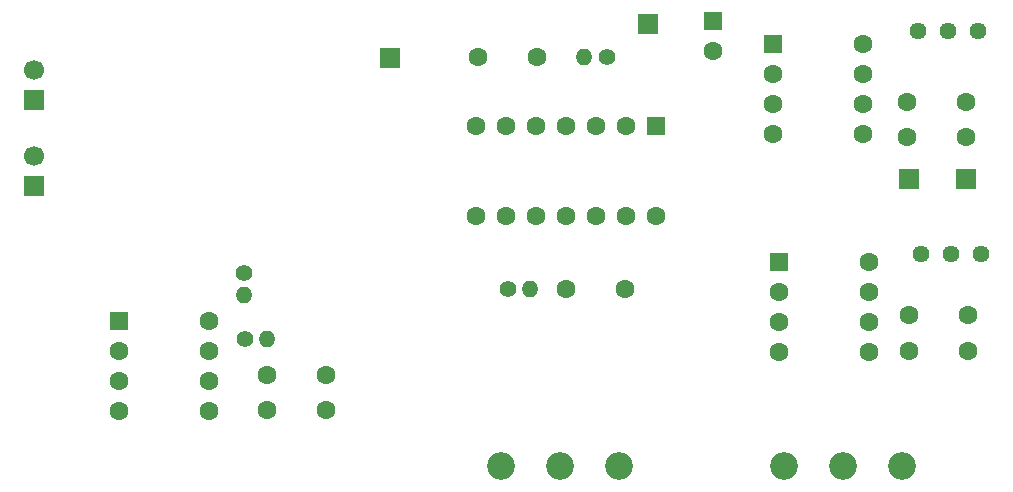
<source format=gbr>
%TF.GenerationSoftware,KiCad,Pcbnew,9.0.1-9.0.1-0~ubuntu24.04.1*%
%TF.CreationDate,2025-05-01T18:06:16+02:00*%
%TF.ProjectId,Circuito_LED,43697263-7569-4746-9f5f-4c45442e6b69,rev?*%
%TF.SameCoordinates,Original*%
%TF.FileFunction,Soldermask,Bot*%
%TF.FilePolarity,Negative*%
%FSLAX46Y46*%
G04 Gerber Fmt 4.6, Leading zero omitted, Abs format (unit mm)*
G04 Created by KiCad (PCBNEW 9.0.1-9.0.1-0~ubuntu24.04.1) date 2025-05-01 18:06:16*
%MOMM*%
%LPD*%
G01*
G04 APERTURE LIST*
G04 Aperture macros list*
%AMRoundRect*
0 Rectangle with rounded corners*
0 $1 Rounding radius*
0 $2 $3 $4 $5 $6 $7 $8 $9 X,Y pos of 4 corners*
0 Add a 4 corners polygon primitive as box body*
4,1,4,$2,$3,$4,$5,$6,$7,$8,$9,$2,$3,0*
0 Add four circle primitives for the rounded corners*
1,1,$1+$1,$2,$3*
1,1,$1+$1,$4,$5*
1,1,$1+$1,$6,$7*
1,1,$1+$1,$8,$9*
0 Add four rect primitives between the rounded corners*
20,1,$1+$1,$2,$3,$4,$5,0*
20,1,$1+$1,$4,$5,$6,$7,0*
20,1,$1+$1,$6,$7,$8,$9,0*
20,1,$1+$1,$8,$9,$2,$3,0*%
G04 Aperture macros list end*
%ADD10R,1.700000X1.700000*%
%ADD11C,1.600000*%
%ADD12C,1.400000*%
%ADD13O,1.400000X1.400000*%
%ADD14RoundRect,0.250000X-0.550000X0.550000X-0.550000X-0.550000X0.550000X-0.550000X0.550000X0.550000X0*%
%ADD15R,1.600000X1.600000*%
%ADD16RoundRect,0.250000X-0.550000X-0.550000X0.550000X-0.550000X0.550000X0.550000X-0.550000X0.550000X0*%
%ADD17C,2.340000*%
%ADD18C,1.440000*%
%ADD19C,1.700000*%
G04 APERTURE END LIST*
D10*
%TO.C,GND*%
X167900000Y-94700000D03*
%TD*%
D11*
%TO.C,C5*%
X167875000Y-91130000D03*
X162875000Y-91130000D03*
%TD*%
D12*
%TO.C,R3*%
X106750000Y-102595000D03*
D13*
X106750000Y-104495000D03*
%TD*%
D11*
%TO.C,C6*%
X162875000Y-88130000D03*
X167875000Y-88130000D03*
%TD*%
D10*
%TO.C,5V*%
X141000000Y-81500000D03*
%TD*%
D11*
%TO.C,C1*%
X168060000Y-109210000D03*
X163060000Y-109210000D03*
%TD*%
D14*
%TO.C,U3*%
X141620000Y-90195000D03*
D11*
X139080000Y-90195000D03*
X136540000Y-90195000D03*
X134000000Y-90195000D03*
X131460000Y-90195000D03*
X128920000Y-90195000D03*
X126380000Y-90195000D03*
X126380000Y-97815000D03*
X128920000Y-97815000D03*
X131460000Y-97815000D03*
X134000000Y-97815000D03*
X136540000Y-97815000D03*
X139080000Y-97815000D03*
X141620000Y-97815000D03*
%TD*%
%TO.C,C2*%
X163060000Y-106210000D03*
X168060000Y-106210000D03*
%TD*%
D12*
%TO.C,R4*%
X106845000Y-108250000D03*
D13*
X108745000Y-108250000D03*
%TD*%
D10*
%TO.C,GND*%
X119100000Y-84400000D03*
%TD*%
D11*
%TO.C,C14*%
X126580000Y-84315000D03*
X131580000Y-84315000D03*
%TD*%
D15*
%TO.C,C7*%
X146500000Y-81294888D03*
D11*
X146500000Y-83794888D03*
%TD*%
D16*
%TO.C,U2*%
X96195000Y-106690000D03*
D11*
X96195000Y-109230000D03*
X96195000Y-111770000D03*
X96195000Y-114310000D03*
X103815000Y-114310000D03*
X103815000Y-111770000D03*
X103815000Y-109230000D03*
X103815000Y-106690000D03*
%TD*%
D12*
%TO.C,R14*%
X137485000Y-84315000D03*
D13*
X135585000Y-84315000D03*
%TD*%
D11*
%TO.C,C3*%
X113750000Y-114250000D03*
X108750000Y-114250000D03*
%TD*%
D12*
%TO.C,R13*%
X129095000Y-104000000D03*
D13*
X130995000Y-104000000D03*
%TD*%
D17*
%TO.C,RV2*%
X128500000Y-119000000D03*
X133500000Y-119000000D03*
X138500000Y-119000000D03*
%TD*%
D16*
%TO.C,U1*%
X152060000Y-101670000D03*
D11*
X152060000Y-104210000D03*
X152060000Y-106750000D03*
X152060000Y-109290000D03*
X159680000Y-109290000D03*
X159680000Y-106750000D03*
X159680000Y-104210000D03*
X159680000Y-101670000D03*
%TD*%
D17*
%TO.C,RV1*%
X152500000Y-119000000D03*
X157500000Y-119000000D03*
X162500000Y-119000000D03*
%TD*%
D10*
%TO.C,OUT*%
X163100000Y-94700000D03*
%TD*%
D11*
%TO.C,C4*%
X108750000Y-111250000D03*
X113750000Y-111250000D03*
%TD*%
%TO.C,C13*%
X139000000Y-104000000D03*
X134000000Y-104000000D03*
%TD*%
D18*
%TO.C,RV3*%
X164060000Y-101000000D03*
X166600000Y-101000000D03*
X169140000Y-101000000D03*
%TD*%
D10*
%TO.C,SCAN*%
X89000000Y-88000000D03*
D19*
X89000000Y-85460000D03*
%TD*%
D16*
%TO.C,U7*%
X151595000Y-83190000D03*
D11*
X151595000Y-85730000D03*
X151595000Y-88270000D03*
X151595000Y-90810000D03*
X159215000Y-90810000D03*
X159215000Y-88270000D03*
X159215000Y-85730000D03*
X159215000Y-83190000D03*
%TD*%
D10*
%TO.C,FRAME*%
X89025000Y-95250000D03*
D19*
X89025000Y-92710000D03*
%TD*%
D18*
%TO.C,RV4*%
X163795000Y-82130000D03*
X166335000Y-82130000D03*
X168875000Y-82130000D03*
%TD*%
M02*

</source>
